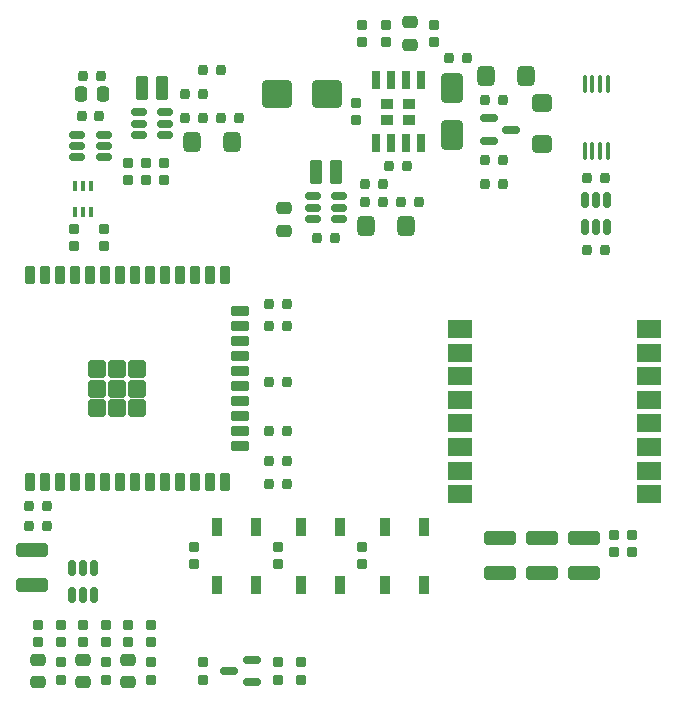
<source format=gbr>
%TF.GenerationSoftware,KiCad,Pcbnew,8.0.1*%
%TF.CreationDate,2024-06-07T18:03:32+02:00*%
%TF.ProjectId,Robuoy-Top,526f6275-6f79-42d5-946f-702e6b696361,rev?*%
%TF.SameCoordinates,Original*%
%TF.FileFunction,Paste,Top*%
%TF.FilePolarity,Positive*%
%FSLAX46Y46*%
G04 Gerber Fmt 4.6, Leading zero omitted, Abs format (unit mm)*
G04 Created by KiCad (PCBNEW 8.0.1) date 2024-06-07 18:03:32*
%MOMM*%
%LPD*%
G01*
G04 APERTURE LIST*
G04 Aperture macros list*
%AMRoundRect*
0 Rectangle with rounded corners*
0 $1 Rounding radius*
0 $2 $3 $4 $5 $6 $7 $8 $9 X,Y pos of 4 corners*
0 Add a 4 corners polygon primitive as box body*
4,1,4,$2,$3,$4,$5,$6,$7,$8,$9,$2,$3,0*
0 Add four circle primitives for the rounded corners*
1,1,$1+$1,$2,$3*
1,1,$1+$1,$4,$5*
1,1,$1+$1,$6,$7*
1,1,$1+$1,$8,$9*
0 Add four rect primitives between the rounded corners*
20,1,$1+$1,$2,$3,$4,$5,0*
20,1,$1+$1,$4,$5,$6,$7,0*
20,1,$1+$1,$6,$7,$8,$9,0*
20,1,$1+$1,$8,$9,$2,$3,0*%
G04 Aperture macros list end*
%ADD10R,2.000000X1.500000*%
%ADD11RoundRect,0.100000X0.100000X-0.637500X0.100000X0.637500X-0.100000X0.637500X-0.100000X-0.637500X0*%
%ADD12RoundRect,0.150000X0.150000X-0.512500X0.150000X0.512500X-0.150000X0.512500X-0.150000X-0.512500X0*%
%ADD13RoundRect,0.200000X0.200000X0.250000X-0.200000X0.250000X-0.200000X-0.250000X0.200000X-0.250000X0*%
%ADD14RoundRect,0.200000X-0.250000X0.200000X-0.250000X-0.200000X0.250000X-0.200000X0.250000X0.200000X0*%
%ADD15RoundRect,0.200000X-0.200000X-0.250000X0.200000X-0.250000X0.200000X0.250000X-0.200000X0.250000X0*%
%ADD16RoundRect,0.200000X0.250000X-0.200000X0.250000X0.200000X-0.250000X0.200000X-0.250000X-0.200000X0*%
%ADD17R,0.900000X1.500000*%
%ADD18RoundRect,0.150000X-0.587500X-0.150000X0.587500X-0.150000X0.587500X0.150000X-0.587500X0.150000X0*%
%ADD19RoundRect,0.250000X0.400000X-0.250000X0.400000X0.250000X-0.400000X0.250000X-0.400000X-0.250000X0*%
%ADD20RoundRect,0.091346X0.383654X0.958654X-0.383654X0.958654X-0.383654X-0.958654X0.383654X-0.958654X0*%
%ADD21RoundRect,0.375000X-0.475000X0.375000X-0.475000X-0.375000X0.475000X-0.375000X0.475000X0.375000X0*%
%ADD22RoundRect,0.150000X0.512500X0.150000X-0.512500X0.150000X-0.512500X-0.150000X0.512500X-0.150000X0*%
%ADD23RoundRect,0.250000X-0.250000X-0.400000X0.250000X-0.400000X0.250000X0.400000X-0.250000X0.400000X0*%
%ADD24RoundRect,0.250000X-1.000000X-0.900000X1.000000X-0.900000X1.000000X0.900000X-1.000000X0.900000X0*%
%ADD25RoundRect,0.250000X-1.100000X0.325000X-1.100000X-0.325000X1.100000X-0.325000X1.100000X0.325000X0*%
%ADD26RoundRect,0.150000X-0.150000X0.512500X-0.150000X-0.512500X0.150000X-0.512500X0.150000X0.512500X0*%
%ADD27RoundRect,0.150000X0.587500X0.150000X-0.587500X0.150000X-0.587500X-0.150000X0.587500X-0.150000X0*%
%ADD28RoundRect,0.250000X-0.650000X1.000000X-0.650000X-1.000000X0.650000X-1.000000X0.650000X1.000000X0*%
%ADD29R,0.650000X1.500000*%
%ADD30R,1.080000X0.810000*%
%ADD31RoundRect,0.150000X-0.512500X-0.150000X0.512500X-0.150000X0.512500X0.150000X-0.512500X0.150000X0*%
%ADD32RoundRect,0.375000X-0.375000X-0.475000X0.375000X-0.475000X0.375000X0.475000X-0.375000X0.475000X0*%
%ADD33RoundRect,0.099705X-0.622795X-0.622795X0.622795X-0.622795X0.622795X0.622795X-0.622795X0.622795X0*%
%ADD34RoundRect,0.225000X0.225000X-0.525000X0.225000X0.525000X-0.225000X0.525000X-0.225000X-0.525000X0*%
%ADD35RoundRect,0.225000X0.525000X0.225000X-0.525000X0.225000X-0.525000X-0.225000X0.525000X-0.225000X0*%
%ADD36RoundRect,0.100000X-0.100000X0.350000X-0.100000X-0.350000X0.100000X-0.350000X0.100000X0.350000X0*%
%ADD37RoundRect,0.250000X-0.400000X0.250000X-0.400000X-0.250000X0.400000X-0.250000X0.400000X0.250000X0*%
G04 APERTURE END LIST*
D10*
%TO.C,U301*%
X77088000Y-89804000D03*
X77088000Y-87804000D03*
X77088000Y-85804000D03*
X77088000Y-83804000D03*
X77088000Y-81804000D03*
X77088000Y-79804000D03*
X77088000Y-77804000D03*
X77088000Y-75804000D03*
X61088000Y-75804000D03*
X61088000Y-77804000D03*
X61088000Y-79804000D03*
X61088000Y-81804000D03*
X61088000Y-83804000D03*
X61088000Y-85804000D03*
X61088000Y-87804000D03*
X61088000Y-89804000D03*
%TD*%
D11*
%TO.C,Q201*%
X71669000Y-60774500D03*
X72319000Y-60774500D03*
X72969000Y-60774500D03*
X73619000Y-60774500D03*
X73619000Y-55049500D03*
X72969000Y-55049500D03*
X72319000Y-55049500D03*
X71669000Y-55049500D03*
%TD*%
D12*
%TO.C,U203*%
X71694000Y-64902500D03*
X72644000Y-64902500D03*
X73594000Y-64902500D03*
X73594000Y-67177500D03*
X72644000Y-67177500D03*
X71694000Y-67177500D03*
%TD*%
D13*
%TO.C,C108*%
X26150000Y-92456000D03*
X24650000Y-92456000D03*
%TD*%
D14*
%TO.C,C104*%
X75692000Y-93230000D03*
X75692000Y-94730000D03*
%TD*%
D13*
%TO.C,C109*%
X26150000Y-90805000D03*
X24650000Y-90805000D03*
%TD*%
D15*
%TO.C,C209*%
X63258000Y-56388000D03*
X64758000Y-56388000D03*
%TD*%
%TO.C,R206*%
X37858000Y-57912000D03*
X39358000Y-57912000D03*
%TD*%
%TO.C,R209*%
X71894000Y-69088000D03*
X73394000Y-69088000D03*
%TD*%
D16*
%TO.C,C105*%
X38608000Y-95746000D03*
X38608000Y-94246000D03*
%TD*%
D14*
%TO.C,R108*%
X34925000Y-104025000D03*
X34925000Y-105525000D03*
%TD*%
D17*
%TO.C,D104*%
X40514000Y-97446000D03*
X43814000Y-97446000D03*
X43814000Y-92546000D03*
X40514000Y-92546000D03*
%TD*%
D13*
%TO.C,C206*%
X71894000Y-62992000D03*
X73394000Y-62992000D03*
%TD*%
D18*
%TO.C,Q202*%
X63578500Y-57978000D03*
X63578500Y-59878000D03*
X65453500Y-58928000D03*
%TD*%
D14*
%TO.C,C106*%
X74168000Y-93230000D03*
X74168000Y-94730000D03*
%TD*%
%TO.C,C113*%
X47625000Y-104025000D03*
X47625000Y-105525000D03*
%TD*%
%TO.C,R110*%
X27305000Y-104025000D03*
X27305000Y-105525000D03*
%TD*%
D15*
%TO.C,C114*%
X29095000Y-57785000D03*
X30595000Y-57785000D03*
%TD*%
D19*
%TO.C,D102*%
X29210000Y-105725000D03*
X29210000Y-103825000D03*
%TD*%
D20*
%TO.C,L202*%
X50609000Y-62484000D03*
X48959000Y-62484000D03*
%TD*%
D21*
%TO.C,C207*%
X68072000Y-56720000D03*
X68072000Y-60120000D03*
%TD*%
D15*
%TO.C,C205*%
X53098000Y-63500000D03*
X54598000Y-63500000D03*
%TD*%
D22*
%TO.C,U103*%
X30982500Y-61275000D03*
X30982500Y-60325000D03*
X30982500Y-59375000D03*
X28707500Y-59375000D03*
X28707500Y-60325000D03*
X28707500Y-61275000D03*
%TD*%
D16*
%TO.C,C111*%
X31115000Y-102350000D03*
X31115000Y-100850000D03*
%TD*%
D14*
%TO.C,C202*%
X52324000Y-56654000D03*
X52324000Y-58154000D03*
%TD*%
D23*
%TO.C,D205*%
X29022000Y-55880000D03*
X30922000Y-55880000D03*
%TD*%
D24*
%TO.C,D201*%
X45602000Y-55880000D03*
X49902000Y-55880000D03*
%TD*%
D14*
%TO.C,R109*%
X31115000Y-104025000D03*
X31115000Y-105525000D03*
%TD*%
D25*
%TO.C,C301*%
X64516000Y-93521000D03*
X64516000Y-96471000D03*
%TD*%
D13*
%TO.C,R105*%
X46470000Y-75565000D03*
X44970000Y-75565000D03*
%TD*%
D15*
%TO.C,C201*%
X37858000Y-55880000D03*
X39358000Y-55880000D03*
%TD*%
D14*
%TO.C,R116*%
X33020000Y-100850000D03*
X33020000Y-102350000D03*
%TD*%
D15*
%TO.C,R214*%
X63258000Y-61468000D03*
X64758000Y-61468000D03*
%TD*%
D26*
%TO.C,U102*%
X30160000Y-98292500D03*
X29210000Y-98292500D03*
X28260000Y-98292500D03*
X28260000Y-96017500D03*
X29210000Y-96017500D03*
X30160000Y-96017500D03*
%TD*%
D15*
%TO.C,R207*%
X40906000Y-57912000D03*
X42406000Y-57912000D03*
%TD*%
D16*
%TO.C,C303*%
X52832000Y-95746000D03*
X52832000Y-94246000D03*
%TD*%
D13*
%TO.C,R203*%
X40882000Y-53848000D03*
X39382000Y-53848000D03*
%TD*%
D27*
%TO.C,Q101*%
X43482500Y-105725000D03*
X43482500Y-103825000D03*
X41607500Y-104775000D03*
%TD*%
D14*
%TO.C,R112*%
X45720000Y-104025000D03*
X45720000Y-105525000D03*
%TD*%
D28*
%TO.C,D204*%
X60452000Y-55404000D03*
X60452000Y-59404000D03*
%TD*%
D16*
%TO.C,R205*%
X34544000Y-63234000D03*
X34544000Y-61734000D03*
%TD*%
D25*
%TO.C,C102*%
X24892000Y-94537000D03*
X24892000Y-97487000D03*
%TD*%
D14*
%TO.C,R113*%
X39370000Y-104025000D03*
X39370000Y-105525000D03*
%TD*%
D13*
%TO.C,R102*%
X46470000Y-73660000D03*
X44970000Y-73660000D03*
%TD*%
D15*
%TO.C,R212*%
X53098000Y-65024000D03*
X54598000Y-65024000D03*
%TD*%
D16*
%TO.C,D202*%
X54864000Y-51550000D03*
X54864000Y-50050000D03*
%TD*%
D13*
%TO.C,R211*%
X60210000Y-52832000D03*
X61710000Y-52832000D03*
%TD*%
%TO.C,R104*%
X46470000Y-84455000D03*
X44970000Y-84455000D03*
%TD*%
D29*
%TO.C,U202*%
X53975000Y-60104000D03*
X55245000Y-60104000D03*
X56515000Y-60104000D03*
X57785000Y-60104000D03*
X57785000Y-54704000D03*
X56515000Y-54704000D03*
X55245000Y-54704000D03*
X53975000Y-54704000D03*
D30*
X54980000Y-58079000D03*
X56780000Y-58079000D03*
X54980000Y-56729000D03*
X56780000Y-56729000D03*
%TD*%
D31*
%TO.C,U201*%
X33914500Y-57470000D03*
X33914500Y-58420000D03*
X33914500Y-59370000D03*
X36189500Y-59370000D03*
X36189500Y-58420000D03*
X36189500Y-57470000D03*
%TD*%
D16*
%TO.C,C110*%
X27305000Y-102350000D03*
X27305000Y-100850000D03*
%TD*%
%TO.C,R201*%
X52832000Y-51550000D03*
X52832000Y-50050000D03*
%TD*%
D25*
%TO.C,C302*%
X68072000Y-93521000D03*
X68072000Y-96471000D03*
%TD*%
D32*
%TO.C,C210*%
X63324000Y-54356000D03*
X66724000Y-54356000D03*
%TD*%
D15*
%TO.C,R106*%
X44970000Y-86995000D03*
X46470000Y-86995000D03*
%TD*%
%TO.C,R216*%
X49034000Y-68072000D03*
X50534000Y-68072000D03*
%TD*%
D19*
%TO.C,D203*%
X56896000Y-51750000D03*
X56896000Y-49850000D03*
%TD*%
D15*
%TO.C,R101*%
X44970000Y-80264000D03*
X46470000Y-80264000D03*
%TD*%
D32*
%TO.C,C204*%
X38432000Y-59944000D03*
X41832000Y-59944000D03*
%TD*%
D13*
%TO.C,R103*%
X46470000Y-88900000D03*
X44970000Y-88900000D03*
%TD*%
D19*
%TO.C,D103*%
X33020000Y-105725000D03*
X33020000Y-103825000D03*
%TD*%
D15*
%TO.C,R213*%
X56146000Y-65024000D03*
X57646000Y-65024000D03*
%TD*%
D14*
%TO.C,R107*%
X30988000Y-67322000D03*
X30988000Y-68822000D03*
%TD*%
D33*
%TO.C,U101*%
X30428000Y-79200000D03*
X30428000Y-80860000D03*
X30428000Y-82520000D03*
X32088000Y-79200000D03*
X32088000Y-80860000D03*
X32088000Y-82520000D03*
X33748000Y-79200000D03*
X33748000Y-80860000D03*
X33748000Y-82520000D03*
D34*
X24743000Y-88750000D03*
X26013000Y-88750000D03*
X27283000Y-88750000D03*
X28553000Y-88750000D03*
X29823000Y-88750000D03*
X31093000Y-88750000D03*
X32363000Y-88750000D03*
X33633000Y-88750000D03*
X34903000Y-88750000D03*
X36173000Y-88750000D03*
X37443000Y-88750000D03*
X38713000Y-88750000D03*
X39983000Y-88750000D03*
X41253000Y-88750000D03*
D35*
X42503000Y-85715000D03*
X42503000Y-84445000D03*
X42503000Y-83175000D03*
X42503000Y-81905000D03*
X42503000Y-80635000D03*
X42503000Y-79365000D03*
X42503000Y-78095000D03*
X42503000Y-76825000D03*
X42503000Y-75555000D03*
X42503000Y-74285000D03*
D34*
X41253000Y-71250000D03*
X39983000Y-71250000D03*
X38713000Y-71250000D03*
X37443000Y-71250000D03*
X36173000Y-71250000D03*
X34903000Y-71250000D03*
X33633000Y-71250000D03*
X32363000Y-71250000D03*
X31093000Y-71250000D03*
X29823000Y-71250000D03*
X28553000Y-71250000D03*
X27283000Y-71250000D03*
X26013000Y-71250000D03*
X24743000Y-71250000D03*
%TD*%
D15*
%TO.C,C101*%
X63258000Y-63500000D03*
X64758000Y-63500000D03*
%TD*%
D36*
%TO.C,U104*%
X29860000Y-63670000D03*
X29210000Y-63670000D03*
X28560000Y-63670000D03*
X28560000Y-65870000D03*
X29210000Y-65870000D03*
X29860000Y-65870000D03*
%TD*%
D16*
%TO.C,C203*%
X33020000Y-63234000D03*
X33020000Y-61734000D03*
%TD*%
D14*
%TO.C,R115*%
X29210000Y-100850000D03*
X29210000Y-102350000D03*
%TD*%
D31*
%TO.C,U204*%
X48646500Y-64582000D03*
X48646500Y-65532000D03*
X48646500Y-66482000D03*
X50921500Y-66482000D03*
X50921500Y-65532000D03*
X50921500Y-64582000D03*
%TD*%
D16*
%TO.C,C107*%
X45720000Y-95746000D03*
X45720000Y-94246000D03*
%TD*%
D17*
%TO.C,D105*%
X47626000Y-97446000D03*
X50926000Y-97446000D03*
X50926000Y-92546000D03*
X47626000Y-92546000D03*
%TD*%
D32*
%TO.C,C208*%
X53164000Y-67056000D03*
X56564000Y-67056000D03*
%TD*%
D14*
%TO.C,R202*%
X58928000Y-50050000D03*
X58928000Y-51550000D03*
%TD*%
D19*
%TO.C,D101*%
X25400000Y-105725000D03*
X25400000Y-103825000D03*
%TD*%
D17*
%TO.C,D106*%
X54738000Y-97446000D03*
X58038000Y-97446000D03*
X58038000Y-92546000D03*
X54738000Y-92546000D03*
%TD*%
D37*
%TO.C,D206*%
X46228000Y-65598000D03*
X46228000Y-67498000D03*
%TD*%
D14*
%TO.C,R111*%
X28448000Y-67322000D03*
X28448000Y-68822000D03*
%TD*%
D16*
%TO.C,C112*%
X34925000Y-102350000D03*
X34925000Y-100850000D03*
%TD*%
D14*
%TO.C,R114*%
X25400000Y-100850000D03*
X25400000Y-102350000D03*
%TD*%
D15*
%TO.C,R208*%
X55130000Y-61976000D03*
X56630000Y-61976000D03*
%TD*%
D25*
%TO.C,C103*%
X71628000Y-93521000D03*
X71628000Y-96471000D03*
%TD*%
D14*
%TO.C,R204*%
X36068000Y-61734000D03*
X36068000Y-63234000D03*
%TD*%
D15*
%TO.C,R215*%
X29222000Y-54356000D03*
X30722000Y-54356000D03*
%TD*%
D20*
%TO.C,L201*%
X35877000Y-55372000D03*
X34227000Y-55372000D03*
%TD*%
M02*

</source>
